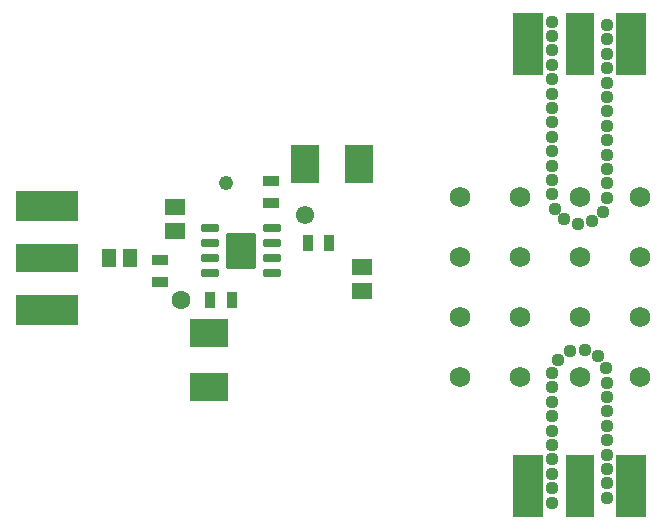
<source format=gbr>
%TF.GenerationSoftware,Altium Limited,Altium Designer,25.0.2 (28)*%
G04 Layer_Color=8388736*
%FSLAX45Y45*%
%MOMM*%
%TF.SameCoordinates,851EA07A-CAD4-451F-9E8F-DAFD993EE7E7*%
%TF.FilePolarity,Negative*%
%TF.FileFunction,Soldermask,Top*%
%TF.Part,Single*%
G01*
G75*
%TA.AperFunction,SMDPad,CuDef*%
%ADD10R,0.95000X1.40000*%
%ADD13R,1.40000X0.95000*%
%TA.AperFunction,OtherPad,Pad U_amp-9 (44.577mm,48.26mm)*%
G04:AMPARAMS|DCode=42|XSize=2.49mm|YSize=3mm|CornerRadius=0.0498mm|HoleSize=0mm|Usage=FLASHONLY|Rotation=0.000|XOffset=0mm|YOffset=0mm|HoleType=Round|Shape=RoundedRectangle|*
%AMROUNDEDRECTD42*
21,1,2.49000,2.90040,0,0,0.0*
21,1,2.39040,3.00000,0,0,0.0*
1,1,0.09960,1.19520,-1.45020*
1,1,0.09960,-1.19520,-1.45020*
1,1,0.09960,-1.19520,1.45020*
1,1,0.09960,1.19520,1.45020*
%
%ADD42ROUNDEDRECTD42*%
%TA.AperFunction,ConnectorPad*%
%ADD43R,2.61620X5.28320*%
%ADD44R,2.48920X5.28320*%
%TA.AperFunction,SMDPad,CuDef*%
%ADD45R,2.48920X3.25120*%
G04:AMPARAMS|DCode=46|XSize=0.7532mm|YSize=1.4532mm|CornerRadius=0.1511mm|HoleSize=0mm|Usage=FLASHONLY|Rotation=90.000|XOffset=0mm|YOffset=0mm|HoleType=Round|Shape=RoundedRectangle|*
%AMROUNDEDRECTD46*
21,1,0.75320,1.15100,0,0,90.0*
21,1,0.45100,1.45320,0,0,90.0*
1,1,0.30220,0.57550,0.22550*
1,1,0.30220,0.57550,-0.22550*
1,1,0.30220,-0.57550,-0.22550*
1,1,0.30220,-0.57550,0.22550*
%
%ADD46ROUNDEDRECTD46*%
%ADD47R,1.65320X1.40320*%
%TA.AperFunction,ConnectorPad*%
%ADD48R,5.28320X2.61620*%
%ADD49R,5.28320X2.48920*%
%TA.AperFunction,SMDPad,CuDef*%
%ADD50R,3.25120X2.48920*%
%ADD51R,1.20320X1.55320*%
%TA.AperFunction,ViaPad*%
%ADD52C,1.54940*%
%ADD53C,1.60020*%
%TA.AperFunction,ComponentPad*%
%ADD54C,1.72720*%
%TA.AperFunction,ViaPad*%
%ADD55C,1.21920*%
%ADD56C,1.11760*%
%ADD57C,0.70320*%
D10*
X5025600Y4889500D02*
D03*
X5210600D02*
D03*
X4200100Y4406900D02*
D03*
X4385100D02*
D03*
D13*
X3771900Y4558240D02*
D03*
Y4743240D02*
D03*
X4719320Y5228800D02*
D03*
Y5413800D02*
D03*
D42*
X4457700Y4826000D02*
D03*
D43*
X6889750Y2832100D02*
D03*
X7766050D02*
D03*
Y6578600D02*
D03*
X6889750D02*
D03*
D44*
X7327900Y2832100D02*
D03*
Y6578600D02*
D03*
D45*
X5461000Y5562600D02*
D03*
X5003800D02*
D03*
D46*
X4720200Y4635500D02*
D03*
Y4762500D02*
D03*
Y4889500D02*
D03*
Y5016500D02*
D03*
X4195200Y4635500D02*
D03*
Y4762500D02*
D03*
Y4889500D02*
D03*
Y5016500D02*
D03*
D47*
X3898900Y5192700D02*
D03*
Y4992700D02*
D03*
X5486400Y4684700D02*
D03*
Y4484700D02*
D03*
D48*
X2819400Y5200650D02*
D03*
Y4324350D02*
D03*
D49*
Y4762500D02*
D03*
D50*
X4191000Y3670300D02*
D03*
Y4127500D02*
D03*
D51*
X3340100Y4762500D02*
D03*
X3520100D02*
D03*
D52*
X5006340Y5130800D02*
D03*
D53*
X3949700Y4406900D02*
D03*
D54*
X7835900Y5283200D02*
D03*
Y4775200D02*
D03*
Y4267200D02*
D03*
Y3759200D02*
D03*
X7327900Y5283200D02*
D03*
Y4775200D02*
D03*
Y4267200D02*
D03*
Y3759200D02*
D03*
X6819900Y5283200D02*
D03*
Y4775200D02*
D03*
Y4267200D02*
D03*
Y3759200D02*
D03*
X6311900Y5283200D02*
D03*
Y4775200D02*
D03*
Y4267200D02*
D03*
Y3759200D02*
D03*
D55*
X4330700Y5397500D02*
D03*
D56*
X7243638Y3975573D02*
D03*
X7145648Y3903030D02*
D03*
X7097914Y3790843D02*
D03*
X7094766Y3668964D02*
D03*
Y3547044D02*
D03*
Y3425124D02*
D03*
Y3303204D02*
D03*
Y3181284D02*
D03*
Y3059364D02*
D03*
Y2937444D02*
D03*
X7095752Y2815528D02*
D03*
Y2693608D02*
D03*
X7560048Y2734353D02*
D03*
X7561034Y2856269D02*
D03*
Y2978189D02*
D03*
Y3100109D02*
D03*
Y3222029D02*
D03*
Y3343949D02*
D03*
Y3465869D02*
D03*
Y3587789D02*
D03*
Y3709709D02*
D03*
X7548968Y3831031D02*
D03*
X7482280Y3933096D02*
D03*
X7373121Y3987398D02*
D03*
X7095752Y6765739D02*
D03*
Y6643819D02*
D03*
X7094766Y6521903D02*
D03*
Y6399983D02*
D03*
Y6278063D02*
D03*
Y6156143D02*
D03*
Y6034223D02*
D03*
Y5912303D02*
D03*
Y5790383D02*
D03*
Y5668463D02*
D03*
Y5546543D02*
D03*
Y5424623D02*
D03*
Y5302703D02*
D03*
X7118112Y5183039D02*
D03*
X7197583Y5090579D02*
D03*
X7312925Y5051074D02*
D03*
X7432377Y5075483D02*
D03*
X7523060Y5156975D02*
D03*
X7560026Y5273156D02*
D03*
X7561034Y5395072D02*
D03*
Y5516992D02*
D03*
Y5638912D02*
D03*
Y5760832D02*
D03*
Y5882752D02*
D03*
Y6004672D02*
D03*
Y6126592D02*
D03*
Y6248512D02*
D03*
Y6370432D02*
D03*
Y6492352D02*
D03*
X7560048Y6614268D02*
D03*
Y6736188D02*
D03*
D57*
X4392700Y4891000D02*
D03*
X4522700D02*
D03*
X4392700Y4761000D02*
D03*
X4522700D02*
D03*
%TF.MD5,36c095aa8f327296c03207a365601152*%
M02*

</source>
